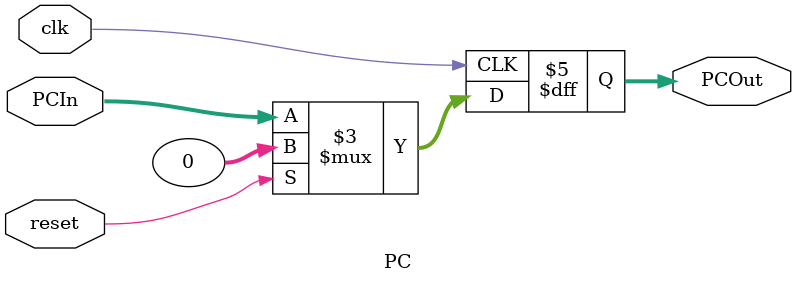
<source format=v>
module PC (
    input wire clk, reset, 
    input wire [31:0] PCIn,
    output reg [31:0] PCOut
);

    always @(posedge clk) begin
        if (reset) begin
            PCOut <= 32'b0;
        end else begin
            PCOut <= PCIn; 
        end
    end

endmodule
</source>
